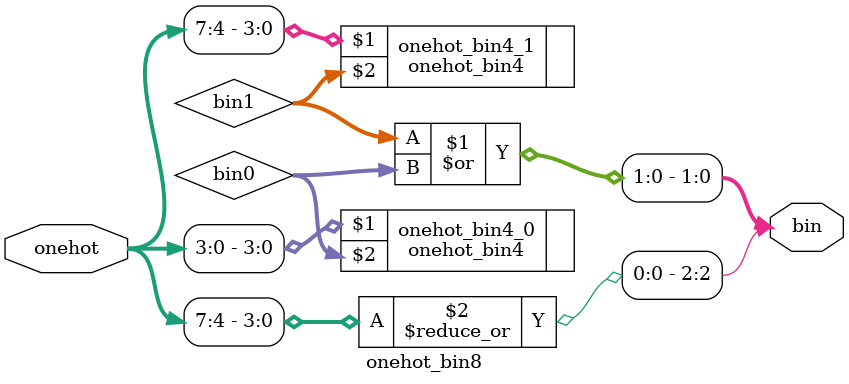
<source format=sv>
module onehot_bin8 (
    input  logic [7:0] onehot,
    output logic [2:0] bin
);
  logic [1:0] bin1, bin0;
  onehot_bin4 onehot_bin4_1(onehot[7:4], bin1);
  onehot_bin4 onehot_bin4_0(onehot[3:0], bin0);
  assign bin = {|{onehot[7:4]}, bin1 | bin0};
endmodule

</source>
